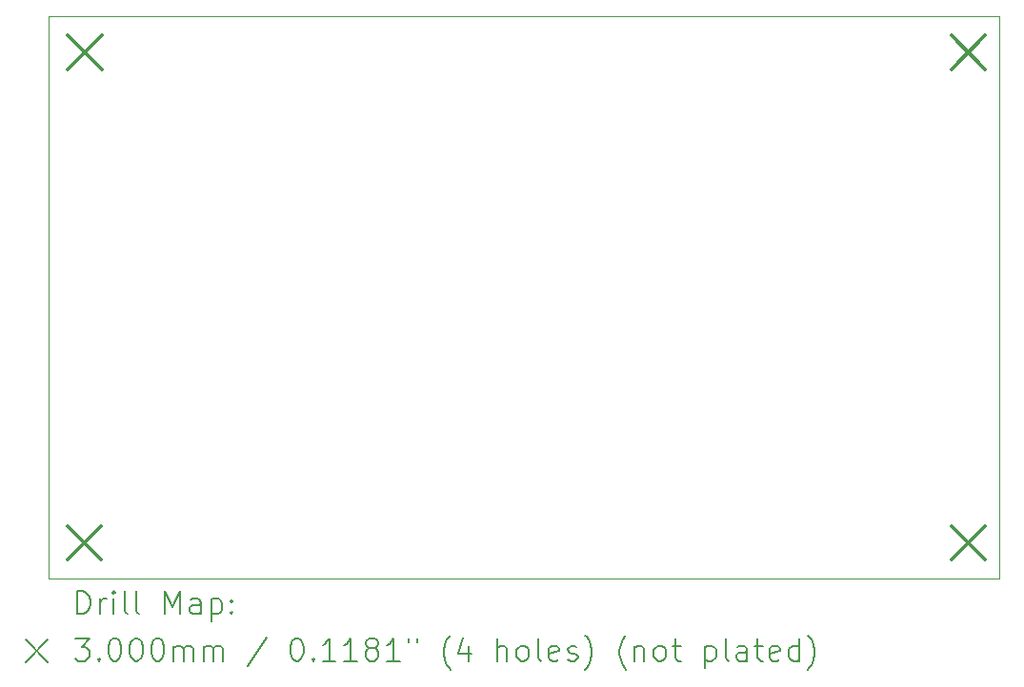
<source format=gbr>
%TF.GenerationSoftware,KiCad,Pcbnew,7.99.0-1900-g89780d353a*%
%TF.CreationDate,2023-08-29T18:06:42+03:00*%
%TF.ProjectId,RP2040_minimal,52503230-3430-45f6-9d69-6e696d616c2e,REV1*%
%TF.SameCoordinates,Original*%
%TF.FileFunction,Drillmap*%
%TF.FilePolarity,Positive*%
%FSLAX45Y45*%
G04 Gerber Fmt 4.5, Leading zero omitted, Abs format (unit mm)*
G04 Created by KiCad (PCBNEW 7.99.0-1900-g89780d353a) date 2023-08-29 18:06:42*
%MOMM*%
%LPD*%
G01*
G04 APERTURE LIST*
%ADD10C,0.050000*%
%ADD11C,0.200000*%
%ADD12C,0.300000*%
G04 APERTURE END LIST*
D10*
X10506600Y-8894840D02*
X18961600Y-8894840D01*
X18961600Y-13894840D01*
X10506600Y-13894840D01*
X10506600Y-8894840D01*
D11*
D12*
X10675600Y-13427840D02*
X10975600Y-13727840D01*
X10975600Y-13427840D02*
X10675600Y-13727840D01*
X10681600Y-9061840D02*
X10981600Y-9361840D01*
X10981600Y-9061840D02*
X10681600Y-9361840D01*
X18535600Y-9061840D02*
X18835600Y-9361840D01*
X18835600Y-9061840D02*
X18535600Y-9361840D01*
X18535600Y-13427840D02*
X18835600Y-13727840D01*
X18835600Y-13427840D02*
X18535600Y-13727840D01*
D11*
X10764877Y-14208824D02*
X10764877Y-14008824D01*
X10764877Y-14008824D02*
X10812496Y-14008824D01*
X10812496Y-14008824D02*
X10841067Y-14018348D01*
X10841067Y-14018348D02*
X10860115Y-14037395D01*
X10860115Y-14037395D02*
X10869639Y-14056443D01*
X10869639Y-14056443D02*
X10879163Y-14094538D01*
X10879163Y-14094538D02*
X10879163Y-14123109D01*
X10879163Y-14123109D02*
X10869639Y-14161205D01*
X10869639Y-14161205D02*
X10860115Y-14180252D01*
X10860115Y-14180252D02*
X10841067Y-14199300D01*
X10841067Y-14199300D02*
X10812496Y-14208824D01*
X10812496Y-14208824D02*
X10764877Y-14208824D01*
X10964877Y-14208824D02*
X10964877Y-14075490D01*
X10964877Y-14113586D02*
X10974401Y-14094538D01*
X10974401Y-14094538D02*
X10983924Y-14085014D01*
X10983924Y-14085014D02*
X11002972Y-14075490D01*
X11002972Y-14075490D02*
X11022020Y-14075490D01*
X11088686Y-14208824D02*
X11088686Y-14075490D01*
X11088686Y-14008824D02*
X11079163Y-14018348D01*
X11079163Y-14018348D02*
X11088686Y-14027871D01*
X11088686Y-14027871D02*
X11098210Y-14018348D01*
X11098210Y-14018348D02*
X11088686Y-14008824D01*
X11088686Y-14008824D02*
X11088686Y-14027871D01*
X11212496Y-14208824D02*
X11193448Y-14199300D01*
X11193448Y-14199300D02*
X11183924Y-14180252D01*
X11183924Y-14180252D02*
X11183924Y-14008824D01*
X11317258Y-14208824D02*
X11298210Y-14199300D01*
X11298210Y-14199300D02*
X11288686Y-14180252D01*
X11288686Y-14180252D02*
X11288686Y-14008824D01*
X11545829Y-14208824D02*
X11545829Y-14008824D01*
X11545829Y-14008824D02*
X11612496Y-14151681D01*
X11612496Y-14151681D02*
X11679162Y-14008824D01*
X11679162Y-14008824D02*
X11679162Y-14208824D01*
X11860115Y-14208824D02*
X11860115Y-14104062D01*
X11860115Y-14104062D02*
X11850591Y-14085014D01*
X11850591Y-14085014D02*
X11831543Y-14075490D01*
X11831543Y-14075490D02*
X11793448Y-14075490D01*
X11793448Y-14075490D02*
X11774401Y-14085014D01*
X11860115Y-14199300D02*
X11841067Y-14208824D01*
X11841067Y-14208824D02*
X11793448Y-14208824D01*
X11793448Y-14208824D02*
X11774401Y-14199300D01*
X11774401Y-14199300D02*
X11764877Y-14180252D01*
X11764877Y-14180252D02*
X11764877Y-14161205D01*
X11764877Y-14161205D02*
X11774401Y-14142157D01*
X11774401Y-14142157D02*
X11793448Y-14132633D01*
X11793448Y-14132633D02*
X11841067Y-14132633D01*
X11841067Y-14132633D02*
X11860115Y-14123109D01*
X11955353Y-14075490D02*
X11955353Y-14275490D01*
X11955353Y-14085014D02*
X11974401Y-14075490D01*
X11974401Y-14075490D02*
X12012496Y-14075490D01*
X12012496Y-14075490D02*
X12031543Y-14085014D01*
X12031543Y-14085014D02*
X12041067Y-14094538D01*
X12041067Y-14094538D02*
X12050591Y-14113586D01*
X12050591Y-14113586D02*
X12050591Y-14170728D01*
X12050591Y-14170728D02*
X12041067Y-14189776D01*
X12041067Y-14189776D02*
X12031543Y-14199300D01*
X12031543Y-14199300D02*
X12012496Y-14208824D01*
X12012496Y-14208824D02*
X11974401Y-14208824D01*
X11974401Y-14208824D02*
X11955353Y-14199300D01*
X12136305Y-14189776D02*
X12145829Y-14199300D01*
X12145829Y-14199300D02*
X12136305Y-14208824D01*
X12136305Y-14208824D02*
X12126782Y-14199300D01*
X12126782Y-14199300D02*
X12136305Y-14189776D01*
X12136305Y-14189776D02*
X12136305Y-14208824D01*
X12136305Y-14085014D02*
X12145829Y-14094538D01*
X12145829Y-14094538D02*
X12136305Y-14104062D01*
X12136305Y-14104062D02*
X12126782Y-14094538D01*
X12126782Y-14094538D02*
X12136305Y-14085014D01*
X12136305Y-14085014D02*
X12136305Y-14104062D01*
X10304100Y-14437340D02*
X10504100Y-14637340D01*
X10504100Y-14437340D02*
X10304100Y-14637340D01*
X10745829Y-14428824D02*
X10869639Y-14428824D01*
X10869639Y-14428824D02*
X10802972Y-14505014D01*
X10802972Y-14505014D02*
X10831544Y-14505014D01*
X10831544Y-14505014D02*
X10850591Y-14514538D01*
X10850591Y-14514538D02*
X10860115Y-14524062D01*
X10860115Y-14524062D02*
X10869639Y-14543109D01*
X10869639Y-14543109D02*
X10869639Y-14590728D01*
X10869639Y-14590728D02*
X10860115Y-14609776D01*
X10860115Y-14609776D02*
X10850591Y-14619300D01*
X10850591Y-14619300D02*
X10831544Y-14628824D01*
X10831544Y-14628824D02*
X10774401Y-14628824D01*
X10774401Y-14628824D02*
X10755353Y-14619300D01*
X10755353Y-14619300D02*
X10745829Y-14609776D01*
X10955353Y-14609776D02*
X10964877Y-14619300D01*
X10964877Y-14619300D02*
X10955353Y-14628824D01*
X10955353Y-14628824D02*
X10945829Y-14619300D01*
X10945829Y-14619300D02*
X10955353Y-14609776D01*
X10955353Y-14609776D02*
X10955353Y-14628824D01*
X11088686Y-14428824D02*
X11107734Y-14428824D01*
X11107734Y-14428824D02*
X11126782Y-14438348D01*
X11126782Y-14438348D02*
X11136305Y-14447871D01*
X11136305Y-14447871D02*
X11145829Y-14466919D01*
X11145829Y-14466919D02*
X11155353Y-14505014D01*
X11155353Y-14505014D02*
X11155353Y-14552633D01*
X11155353Y-14552633D02*
X11145829Y-14590728D01*
X11145829Y-14590728D02*
X11136305Y-14609776D01*
X11136305Y-14609776D02*
X11126782Y-14619300D01*
X11126782Y-14619300D02*
X11107734Y-14628824D01*
X11107734Y-14628824D02*
X11088686Y-14628824D01*
X11088686Y-14628824D02*
X11069639Y-14619300D01*
X11069639Y-14619300D02*
X11060115Y-14609776D01*
X11060115Y-14609776D02*
X11050591Y-14590728D01*
X11050591Y-14590728D02*
X11041067Y-14552633D01*
X11041067Y-14552633D02*
X11041067Y-14505014D01*
X11041067Y-14505014D02*
X11050591Y-14466919D01*
X11050591Y-14466919D02*
X11060115Y-14447871D01*
X11060115Y-14447871D02*
X11069639Y-14438348D01*
X11069639Y-14438348D02*
X11088686Y-14428824D01*
X11279162Y-14428824D02*
X11298210Y-14428824D01*
X11298210Y-14428824D02*
X11317258Y-14438348D01*
X11317258Y-14438348D02*
X11326782Y-14447871D01*
X11326782Y-14447871D02*
X11336305Y-14466919D01*
X11336305Y-14466919D02*
X11345829Y-14505014D01*
X11345829Y-14505014D02*
X11345829Y-14552633D01*
X11345829Y-14552633D02*
X11336305Y-14590728D01*
X11336305Y-14590728D02*
X11326782Y-14609776D01*
X11326782Y-14609776D02*
X11317258Y-14619300D01*
X11317258Y-14619300D02*
X11298210Y-14628824D01*
X11298210Y-14628824D02*
X11279162Y-14628824D01*
X11279162Y-14628824D02*
X11260115Y-14619300D01*
X11260115Y-14619300D02*
X11250591Y-14609776D01*
X11250591Y-14609776D02*
X11241067Y-14590728D01*
X11241067Y-14590728D02*
X11231543Y-14552633D01*
X11231543Y-14552633D02*
X11231543Y-14505014D01*
X11231543Y-14505014D02*
X11241067Y-14466919D01*
X11241067Y-14466919D02*
X11250591Y-14447871D01*
X11250591Y-14447871D02*
X11260115Y-14438348D01*
X11260115Y-14438348D02*
X11279162Y-14428824D01*
X11469639Y-14428824D02*
X11488686Y-14428824D01*
X11488686Y-14428824D02*
X11507734Y-14438348D01*
X11507734Y-14438348D02*
X11517258Y-14447871D01*
X11517258Y-14447871D02*
X11526782Y-14466919D01*
X11526782Y-14466919D02*
X11536305Y-14505014D01*
X11536305Y-14505014D02*
X11536305Y-14552633D01*
X11536305Y-14552633D02*
X11526782Y-14590728D01*
X11526782Y-14590728D02*
X11517258Y-14609776D01*
X11517258Y-14609776D02*
X11507734Y-14619300D01*
X11507734Y-14619300D02*
X11488686Y-14628824D01*
X11488686Y-14628824D02*
X11469639Y-14628824D01*
X11469639Y-14628824D02*
X11450591Y-14619300D01*
X11450591Y-14619300D02*
X11441067Y-14609776D01*
X11441067Y-14609776D02*
X11431543Y-14590728D01*
X11431543Y-14590728D02*
X11422020Y-14552633D01*
X11422020Y-14552633D02*
X11422020Y-14505014D01*
X11422020Y-14505014D02*
X11431543Y-14466919D01*
X11431543Y-14466919D02*
X11441067Y-14447871D01*
X11441067Y-14447871D02*
X11450591Y-14438348D01*
X11450591Y-14438348D02*
X11469639Y-14428824D01*
X11622020Y-14628824D02*
X11622020Y-14495490D01*
X11622020Y-14514538D02*
X11631543Y-14505014D01*
X11631543Y-14505014D02*
X11650591Y-14495490D01*
X11650591Y-14495490D02*
X11679163Y-14495490D01*
X11679163Y-14495490D02*
X11698210Y-14505014D01*
X11698210Y-14505014D02*
X11707734Y-14524062D01*
X11707734Y-14524062D02*
X11707734Y-14628824D01*
X11707734Y-14524062D02*
X11717258Y-14505014D01*
X11717258Y-14505014D02*
X11736305Y-14495490D01*
X11736305Y-14495490D02*
X11764877Y-14495490D01*
X11764877Y-14495490D02*
X11783924Y-14505014D01*
X11783924Y-14505014D02*
X11793448Y-14524062D01*
X11793448Y-14524062D02*
X11793448Y-14628824D01*
X11888686Y-14628824D02*
X11888686Y-14495490D01*
X11888686Y-14514538D02*
X11898210Y-14505014D01*
X11898210Y-14505014D02*
X11917258Y-14495490D01*
X11917258Y-14495490D02*
X11945829Y-14495490D01*
X11945829Y-14495490D02*
X11964877Y-14505014D01*
X11964877Y-14505014D02*
X11974401Y-14524062D01*
X11974401Y-14524062D02*
X11974401Y-14628824D01*
X11974401Y-14524062D02*
X11983924Y-14505014D01*
X11983924Y-14505014D02*
X12002972Y-14495490D01*
X12002972Y-14495490D02*
X12031543Y-14495490D01*
X12031543Y-14495490D02*
X12050591Y-14505014D01*
X12050591Y-14505014D02*
X12060115Y-14524062D01*
X12060115Y-14524062D02*
X12060115Y-14628824D01*
X12450591Y-14419300D02*
X12279163Y-14676443D01*
X12707734Y-14428824D02*
X12726782Y-14428824D01*
X12726782Y-14428824D02*
X12745829Y-14438348D01*
X12745829Y-14438348D02*
X12755353Y-14447871D01*
X12755353Y-14447871D02*
X12764877Y-14466919D01*
X12764877Y-14466919D02*
X12774401Y-14505014D01*
X12774401Y-14505014D02*
X12774401Y-14552633D01*
X12774401Y-14552633D02*
X12764877Y-14590728D01*
X12764877Y-14590728D02*
X12755353Y-14609776D01*
X12755353Y-14609776D02*
X12745829Y-14619300D01*
X12745829Y-14619300D02*
X12726782Y-14628824D01*
X12726782Y-14628824D02*
X12707734Y-14628824D01*
X12707734Y-14628824D02*
X12688686Y-14619300D01*
X12688686Y-14619300D02*
X12679163Y-14609776D01*
X12679163Y-14609776D02*
X12669639Y-14590728D01*
X12669639Y-14590728D02*
X12660115Y-14552633D01*
X12660115Y-14552633D02*
X12660115Y-14505014D01*
X12660115Y-14505014D02*
X12669639Y-14466919D01*
X12669639Y-14466919D02*
X12679163Y-14447871D01*
X12679163Y-14447871D02*
X12688686Y-14438348D01*
X12688686Y-14438348D02*
X12707734Y-14428824D01*
X12860115Y-14609776D02*
X12869639Y-14619300D01*
X12869639Y-14619300D02*
X12860115Y-14628824D01*
X12860115Y-14628824D02*
X12850591Y-14619300D01*
X12850591Y-14619300D02*
X12860115Y-14609776D01*
X12860115Y-14609776D02*
X12860115Y-14628824D01*
X13060115Y-14628824D02*
X12945829Y-14628824D01*
X13002972Y-14628824D02*
X13002972Y-14428824D01*
X13002972Y-14428824D02*
X12983925Y-14457395D01*
X12983925Y-14457395D02*
X12964877Y-14476443D01*
X12964877Y-14476443D02*
X12945829Y-14485967D01*
X13250591Y-14628824D02*
X13136306Y-14628824D01*
X13193448Y-14628824D02*
X13193448Y-14428824D01*
X13193448Y-14428824D02*
X13174401Y-14457395D01*
X13174401Y-14457395D02*
X13155353Y-14476443D01*
X13155353Y-14476443D02*
X13136306Y-14485967D01*
X13364877Y-14514538D02*
X13345829Y-14505014D01*
X13345829Y-14505014D02*
X13336306Y-14495490D01*
X13336306Y-14495490D02*
X13326782Y-14476443D01*
X13326782Y-14476443D02*
X13326782Y-14466919D01*
X13326782Y-14466919D02*
X13336306Y-14447871D01*
X13336306Y-14447871D02*
X13345829Y-14438348D01*
X13345829Y-14438348D02*
X13364877Y-14428824D01*
X13364877Y-14428824D02*
X13402972Y-14428824D01*
X13402972Y-14428824D02*
X13422020Y-14438348D01*
X13422020Y-14438348D02*
X13431544Y-14447871D01*
X13431544Y-14447871D02*
X13441067Y-14466919D01*
X13441067Y-14466919D02*
X13441067Y-14476443D01*
X13441067Y-14476443D02*
X13431544Y-14495490D01*
X13431544Y-14495490D02*
X13422020Y-14505014D01*
X13422020Y-14505014D02*
X13402972Y-14514538D01*
X13402972Y-14514538D02*
X13364877Y-14514538D01*
X13364877Y-14514538D02*
X13345829Y-14524062D01*
X13345829Y-14524062D02*
X13336306Y-14533586D01*
X13336306Y-14533586D02*
X13326782Y-14552633D01*
X13326782Y-14552633D02*
X13326782Y-14590728D01*
X13326782Y-14590728D02*
X13336306Y-14609776D01*
X13336306Y-14609776D02*
X13345829Y-14619300D01*
X13345829Y-14619300D02*
X13364877Y-14628824D01*
X13364877Y-14628824D02*
X13402972Y-14628824D01*
X13402972Y-14628824D02*
X13422020Y-14619300D01*
X13422020Y-14619300D02*
X13431544Y-14609776D01*
X13431544Y-14609776D02*
X13441067Y-14590728D01*
X13441067Y-14590728D02*
X13441067Y-14552633D01*
X13441067Y-14552633D02*
X13431544Y-14533586D01*
X13431544Y-14533586D02*
X13422020Y-14524062D01*
X13422020Y-14524062D02*
X13402972Y-14514538D01*
X13631544Y-14628824D02*
X13517258Y-14628824D01*
X13574401Y-14628824D02*
X13574401Y-14428824D01*
X13574401Y-14428824D02*
X13555353Y-14457395D01*
X13555353Y-14457395D02*
X13536306Y-14476443D01*
X13536306Y-14476443D02*
X13517258Y-14485967D01*
X13707734Y-14428824D02*
X13707734Y-14466919D01*
X13783925Y-14428824D02*
X13783925Y-14466919D01*
X14079163Y-14705014D02*
X14069639Y-14695490D01*
X14069639Y-14695490D02*
X14050591Y-14666919D01*
X14050591Y-14666919D02*
X14041068Y-14647871D01*
X14041068Y-14647871D02*
X14031544Y-14619300D01*
X14031544Y-14619300D02*
X14022020Y-14571681D01*
X14022020Y-14571681D02*
X14022020Y-14533586D01*
X14022020Y-14533586D02*
X14031544Y-14485967D01*
X14031544Y-14485967D02*
X14041068Y-14457395D01*
X14041068Y-14457395D02*
X14050591Y-14438348D01*
X14050591Y-14438348D02*
X14069639Y-14409776D01*
X14069639Y-14409776D02*
X14079163Y-14400252D01*
X14241068Y-14495490D02*
X14241068Y-14628824D01*
X14193448Y-14419300D02*
X14145829Y-14562157D01*
X14145829Y-14562157D02*
X14269639Y-14562157D01*
X14498210Y-14628824D02*
X14498210Y-14428824D01*
X14583925Y-14628824D02*
X14583925Y-14524062D01*
X14583925Y-14524062D02*
X14574401Y-14505014D01*
X14574401Y-14505014D02*
X14555353Y-14495490D01*
X14555353Y-14495490D02*
X14526782Y-14495490D01*
X14526782Y-14495490D02*
X14507734Y-14505014D01*
X14507734Y-14505014D02*
X14498210Y-14514538D01*
X14707734Y-14628824D02*
X14688687Y-14619300D01*
X14688687Y-14619300D02*
X14679163Y-14609776D01*
X14679163Y-14609776D02*
X14669639Y-14590728D01*
X14669639Y-14590728D02*
X14669639Y-14533586D01*
X14669639Y-14533586D02*
X14679163Y-14514538D01*
X14679163Y-14514538D02*
X14688687Y-14505014D01*
X14688687Y-14505014D02*
X14707734Y-14495490D01*
X14707734Y-14495490D02*
X14736306Y-14495490D01*
X14736306Y-14495490D02*
X14755353Y-14505014D01*
X14755353Y-14505014D02*
X14764877Y-14514538D01*
X14764877Y-14514538D02*
X14774401Y-14533586D01*
X14774401Y-14533586D02*
X14774401Y-14590728D01*
X14774401Y-14590728D02*
X14764877Y-14609776D01*
X14764877Y-14609776D02*
X14755353Y-14619300D01*
X14755353Y-14619300D02*
X14736306Y-14628824D01*
X14736306Y-14628824D02*
X14707734Y-14628824D01*
X14888687Y-14628824D02*
X14869639Y-14619300D01*
X14869639Y-14619300D02*
X14860115Y-14600252D01*
X14860115Y-14600252D02*
X14860115Y-14428824D01*
X15041068Y-14619300D02*
X15022020Y-14628824D01*
X15022020Y-14628824D02*
X14983925Y-14628824D01*
X14983925Y-14628824D02*
X14964877Y-14619300D01*
X14964877Y-14619300D02*
X14955353Y-14600252D01*
X14955353Y-14600252D02*
X14955353Y-14524062D01*
X14955353Y-14524062D02*
X14964877Y-14505014D01*
X14964877Y-14505014D02*
X14983925Y-14495490D01*
X14983925Y-14495490D02*
X15022020Y-14495490D01*
X15022020Y-14495490D02*
X15041068Y-14505014D01*
X15041068Y-14505014D02*
X15050591Y-14524062D01*
X15050591Y-14524062D02*
X15050591Y-14543109D01*
X15050591Y-14543109D02*
X14955353Y-14562157D01*
X15126782Y-14619300D02*
X15145830Y-14628824D01*
X15145830Y-14628824D02*
X15183925Y-14628824D01*
X15183925Y-14628824D02*
X15202972Y-14619300D01*
X15202972Y-14619300D02*
X15212496Y-14600252D01*
X15212496Y-14600252D02*
X15212496Y-14590728D01*
X15212496Y-14590728D02*
X15202972Y-14571681D01*
X15202972Y-14571681D02*
X15183925Y-14562157D01*
X15183925Y-14562157D02*
X15155353Y-14562157D01*
X15155353Y-14562157D02*
X15136306Y-14552633D01*
X15136306Y-14552633D02*
X15126782Y-14533586D01*
X15126782Y-14533586D02*
X15126782Y-14524062D01*
X15126782Y-14524062D02*
X15136306Y-14505014D01*
X15136306Y-14505014D02*
X15155353Y-14495490D01*
X15155353Y-14495490D02*
X15183925Y-14495490D01*
X15183925Y-14495490D02*
X15202972Y-14505014D01*
X15279163Y-14705014D02*
X15288687Y-14695490D01*
X15288687Y-14695490D02*
X15307734Y-14666919D01*
X15307734Y-14666919D02*
X15317258Y-14647871D01*
X15317258Y-14647871D02*
X15326782Y-14619300D01*
X15326782Y-14619300D02*
X15336306Y-14571681D01*
X15336306Y-14571681D02*
X15336306Y-14533586D01*
X15336306Y-14533586D02*
X15326782Y-14485967D01*
X15326782Y-14485967D02*
X15317258Y-14457395D01*
X15317258Y-14457395D02*
X15307734Y-14438348D01*
X15307734Y-14438348D02*
X15288687Y-14409776D01*
X15288687Y-14409776D02*
X15279163Y-14400252D01*
X15641068Y-14705014D02*
X15631544Y-14695490D01*
X15631544Y-14695490D02*
X15612496Y-14666919D01*
X15612496Y-14666919D02*
X15602972Y-14647871D01*
X15602972Y-14647871D02*
X15593449Y-14619300D01*
X15593449Y-14619300D02*
X15583925Y-14571681D01*
X15583925Y-14571681D02*
X15583925Y-14533586D01*
X15583925Y-14533586D02*
X15593449Y-14485967D01*
X15593449Y-14485967D02*
X15602972Y-14457395D01*
X15602972Y-14457395D02*
X15612496Y-14438348D01*
X15612496Y-14438348D02*
X15631544Y-14409776D01*
X15631544Y-14409776D02*
X15641068Y-14400252D01*
X15717258Y-14495490D02*
X15717258Y-14628824D01*
X15717258Y-14514538D02*
X15726782Y-14505014D01*
X15726782Y-14505014D02*
X15745830Y-14495490D01*
X15745830Y-14495490D02*
X15774401Y-14495490D01*
X15774401Y-14495490D02*
X15793449Y-14505014D01*
X15793449Y-14505014D02*
X15802972Y-14524062D01*
X15802972Y-14524062D02*
X15802972Y-14628824D01*
X15926782Y-14628824D02*
X15907734Y-14619300D01*
X15907734Y-14619300D02*
X15898211Y-14609776D01*
X15898211Y-14609776D02*
X15888687Y-14590728D01*
X15888687Y-14590728D02*
X15888687Y-14533586D01*
X15888687Y-14533586D02*
X15898211Y-14514538D01*
X15898211Y-14514538D02*
X15907734Y-14505014D01*
X15907734Y-14505014D02*
X15926782Y-14495490D01*
X15926782Y-14495490D02*
X15955353Y-14495490D01*
X15955353Y-14495490D02*
X15974401Y-14505014D01*
X15974401Y-14505014D02*
X15983925Y-14514538D01*
X15983925Y-14514538D02*
X15993449Y-14533586D01*
X15993449Y-14533586D02*
X15993449Y-14590728D01*
X15993449Y-14590728D02*
X15983925Y-14609776D01*
X15983925Y-14609776D02*
X15974401Y-14619300D01*
X15974401Y-14619300D02*
X15955353Y-14628824D01*
X15955353Y-14628824D02*
X15926782Y-14628824D01*
X16050592Y-14495490D02*
X16126782Y-14495490D01*
X16079163Y-14428824D02*
X16079163Y-14600252D01*
X16079163Y-14600252D02*
X16088687Y-14619300D01*
X16088687Y-14619300D02*
X16107734Y-14628824D01*
X16107734Y-14628824D02*
X16126782Y-14628824D01*
X16345830Y-14495490D02*
X16345830Y-14695490D01*
X16345830Y-14505014D02*
X16364877Y-14495490D01*
X16364877Y-14495490D02*
X16402973Y-14495490D01*
X16402973Y-14495490D02*
X16422020Y-14505014D01*
X16422020Y-14505014D02*
X16431544Y-14514538D01*
X16431544Y-14514538D02*
X16441068Y-14533586D01*
X16441068Y-14533586D02*
X16441068Y-14590728D01*
X16441068Y-14590728D02*
X16431544Y-14609776D01*
X16431544Y-14609776D02*
X16422020Y-14619300D01*
X16422020Y-14619300D02*
X16402973Y-14628824D01*
X16402973Y-14628824D02*
X16364877Y-14628824D01*
X16364877Y-14628824D02*
X16345830Y-14619300D01*
X16555353Y-14628824D02*
X16536306Y-14619300D01*
X16536306Y-14619300D02*
X16526782Y-14600252D01*
X16526782Y-14600252D02*
X16526782Y-14428824D01*
X16717258Y-14628824D02*
X16717258Y-14524062D01*
X16717258Y-14524062D02*
X16707734Y-14505014D01*
X16707734Y-14505014D02*
X16688687Y-14495490D01*
X16688687Y-14495490D02*
X16650592Y-14495490D01*
X16650592Y-14495490D02*
X16631544Y-14505014D01*
X16717258Y-14619300D02*
X16698211Y-14628824D01*
X16698211Y-14628824D02*
X16650592Y-14628824D01*
X16650592Y-14628824D02*
X16631544Y-14619300D01*
X16631544Y-14619300D02*
X16622020Y-14600252D01*
X16622020Y-14600252D02*
X16622020Y-14581205D01*
X16622020Y-14581205D02*
X16631544Y-14562157D01*
X16631544Y-14562157D02*
X16650592Y-14552633D01*
X16650592Y-14552633D02*
X16698211Y-14552633D01*
X16698211Y-14552633D02*
X16717258Y-14543109D01*
X16783925Y-14495490D02*
X16860115Y-14495490D01*
X16812496Y-14428824D02*
X16812496Y-14600252D01*
X16812496Y-14600252D02*
X16822020Y-14619300D01*
X16822020Y-14619300D02*
X16841068Y-14628824D01*
X16841068Y-14628824D02*
X16860115Y-14628824D01*
X17002973Y-14619300D02*
X16983925Y-14628824D01*
X16983925Y-14628824D02*
X16945830Y-14628824D01*
X16945830Y-14628824D02*
X16926782Y-14619300D01*
X16926782Y-14619300D02*
X16917258Y-14600252D01*
X16917258Y-14600252D02*
X16917258Y-14524062D01*
X16917258Y-14524062D02*
X16926782Y-14505014D01*
X16926782Y-14505014D02*
X16945830Y-14495490D01*
X16945830Y-14495490D02*
X16983925Y-14495490D01*
X16983925Y-14495490D02*
X17002973Y-14505014D01*
X17002973Y-14505014D02*
X17012496Y-14524062D01*
X17012496Y-14524062D02*
X17012496Y-14543109D01*
X17012496Y-14543109D02*
X16917258Y-14562157D01*
X17183925Y-14628824D02*
X17183925Y-14428824D01*
X17183925Y-14619300D02*
X17164877Y-14628824D01*
X17164877Y-14628824D02*
X17126782Y-14628824D01*
X17126782Y-14628824D02*
X17107735Y-14619300D01*
X17107735Y-14619300D02*
X17098211Y-14609776D01*
X17098211Y-14609776D02*
X17088687Y-14590728D01*
X17088687Y-14590728D02*
X17088687Y-14533586D01*
X17088687Y-14533586D02*
X17098211Y-14514538D01*
X17098211Y-14514538D02*
X17107735Y-14505014D01*
X17107735Y-14505014D02*
X17126782Y-14495490D01*
X17126782Y-14495490D02*
X17164877Y-14495490D01*
X17164877Y-14495490D02*
X17183925Y-14505014D01*
X17260116Y-14705014D02*
X17269639Y-14695490D01*
X17269639Y-14695490D02*
X17288687Y-14666919D01*
X17288687Y-14666919D02*
X17298211Y-14647871D01*
X17298211Y-14647871D02*
X17307735Y-14619300D01*
X17307735Y-14619300D02*
X17317258Y-14571681D01*
X17317258Y-14571681D02*
X17317258Y-14533586D01*
X17317258Y-14533586D02*
X17307735Y-14485967D01*
X17307735Y-14485967D02*
X17298211Y-14457395D01*
X17298211Y-14457395D02*
X17288687Y-14438348D01*
X17288687Y-14438348D02*
X17269639Y-14409776D01*
X17269639Y-14409776D02*
X17260116Y-14400252D01*
M02*

</source>
